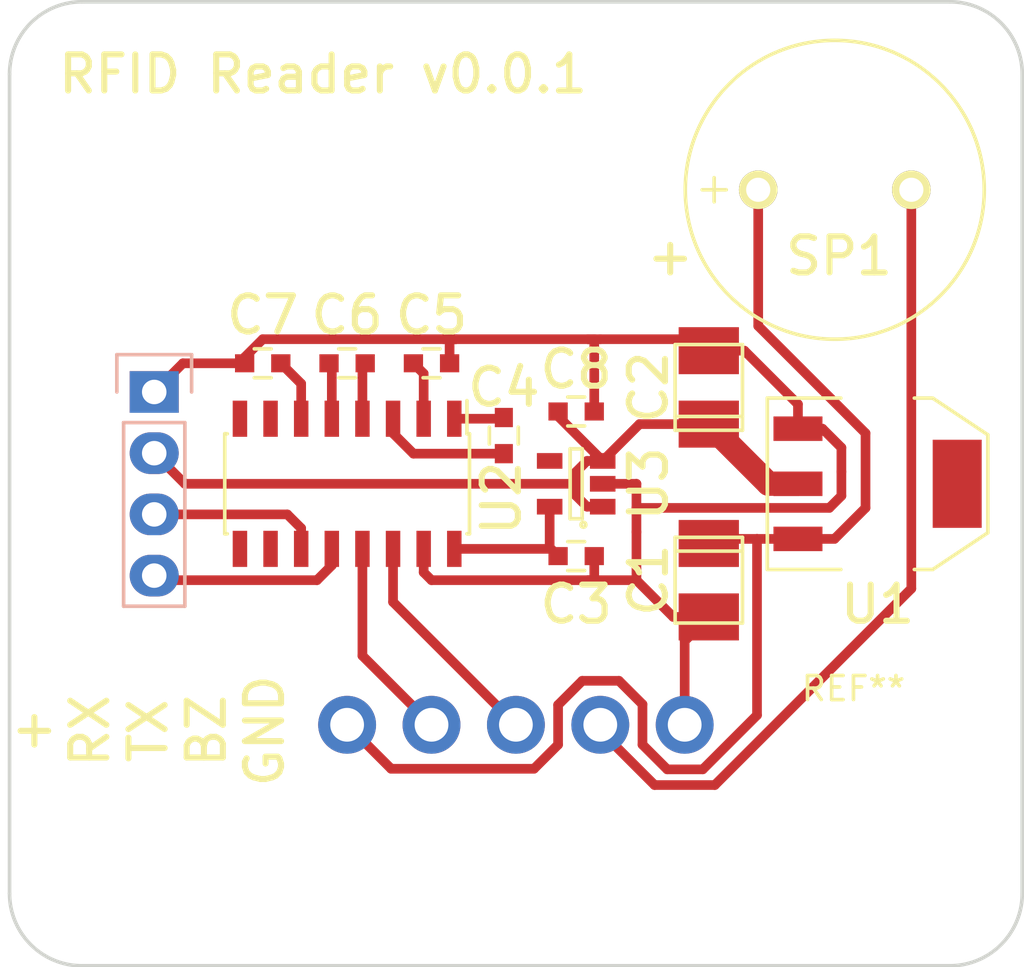
<source format=kicad_pcb>
(kicad_pcb (version 4) (host pcbnew 4.0.2+dfsg1-stable)

  (general
    (links 31)
    (no_connects 0)
    (area 130.924999 95.924999 173.075001 136.075001)
    (thickness 1.6)
    (drawings 10)
    (tracks 112)
    (zones 0)
    (modules 16)
    (nets 16)
  )

  (page A3)
  (title_block
    (title "RFID Reader Back")
    (date 2016-09-30)
    (rev 0.0.1)
    (company "©2016 Wirehive ltd, CC BY-SA ")
  )

  (layers
    (0 F.Cu signal)
    (31 B.Cu signal)
    (32 B.Adhes user)
    (33 F.Adhes user)
    (34 B.Paste user)
    (35 F.Paste user)
    (36 B.SilkS user)
    (37 F.SilkS user)
    (38 B.Mask user)
    (39 F.Mask user)
    (40 Dwgs.User user)
    (41 Cmts.User user)
    (42 Eco1.User user)
    (43 Eco2.User user)
    (44 Edge.Cuts user)
  )

  (setup
    (last_trace_width 0.4)
    (user_trace_width 1)
    (trace_clearance 0.2)
    (zone_clearance 0.508)
    (zone_45_only no)
    (trace_min 0.1524)
    (segment_width 0.2)
    (edge_width 0.15)
    (via_size 1)
    (via_drill 0.6)
    (via_min_size 0.8)
    (via_min_drill 0.5)
    (uvia_size 0.5)
    (uvia_drill 0.1)
    (uvias_allowed no)
    (uvia_min_size 0.5)
    (uvia_min_drill 0.1)
    (pcb_text_width 0.3)
    (pcb_text_size 1 1)
    (mod_edge_width 0.15)
    (mod_text_size 1.5 1.5)
    (mod_text_width 0.25)
    (pad_size 3 3)
    (pad_drill 3)
    (pad_to_mask_clearance 0)
    (aux_axis_origin 131 136)
    (visible_elements 7FFEFFFF)
    (pcbplotparams
      (layerselection 0x010ff_80000001)
      (usegerberextensions true)
      (excludeedgelayer true)
      (linewidth 0.150000)
      (plotframeref false)
      (viasonmask false)
      (mode 1)
      (useauxorigin false)
      (hpglpennumber 1)
      (hpglpenspeed 20)
      (hpglpendiameter 15)
      (hpglpenoverlay 2)
      (psnegative false)
      (psa4output false)
      (plotreference true)
      (plotvalue false)
      (plotinvisibletext false)
      (padsonsilk false)
      (subtractmaskfromsilk true)
      (outputformat 1)
      (mirror false)
      (drillshape 0)
      (scaleselection 1)
      (outputdirectory out/))
  )

  (net 0 "")
  (net 1 +5V)
  (net 2 GND)
  (net 3 +12V)
  (net 4 "Net-(C4-Pad1)")
  (net 5 "Net-(C4-Pad2)")
  (net 6 "Net-(C5-Pad2)")
  (net 7 "Net-(C6-Pad1)")
  (net 8 "Net-(C6-Pad2)")
  (net 9 "Net-(C7-Pad2)")
  (net 10 /TXD)
  (net 11 /RXD)
  (net 12 /EIA-TX)
  (net 13 /buzzer)
  (net 14 /EIA-RX)
  (net 15 +3V3)

  (net_class Default "This is the default net class."
    (clearance 0.2)
    (trace_width 0.4)
    (via_dia 1)
    (via_drill 0.6)
    (uvia_dia 0.5)
    (uvia_drill 0.1)
    (add_net +12V)
    (add_net +3V3)
    (add_net +5V)
    (add_net /EIA-RX)
    (add_net /EIA-TX)
    (add_net /RXD)
    (add_net /TXD)
    (add_net /buzzer)
    (add_net GND)
    (add_net "Net-(C4-Pad1)")
    (add_net "Net-(C4-Pad2)")
    (add_net "Net-(C5-Pad2)")
    (add_net "Net-(C6-Pad1)")
    (add_net "Net-(C6-Pad2)")
    (add_net "Net-(C7-Pad2)")
  )

  (net_class Power ""
    (clearance 0.2)
    (trace_width 0.5)
    (via_dia 1)
    (via_drill 0.7)
    (uvia_dia 0.5)
    (uvia_drill 0.1)
  )

  (module Buzzers_Beepers:MagneticBuzzer_ProSignal_ABT-410-RC (layer F.Cu) (tedit 57F286F2) (tstamp 57ED39B3)
    (at 168.4 103.8 180)
    (descr "Buzzer, Elektromagnetic Beeper, Summer, 1,5V-DC,")
    (tags "Pro Signal, ABT-410-RC,")
    (path /57ECAE09)
    (fp_text reference SP1 (at 3 -2.75 180) (layer F.SilkS)
      (effects (font (size 1.5 1.5) (thickness 0.25)))
    )
    (fp_text value MCABI-020-RC (at 3.5 -2.75 180) (layer F.Fab)
      (effects (font (size 1.5 1.5) (thickness 0.25)))
    )
    (fp_line (start 8.17626 -0.50038) (end 8.17626 0.50038) (layer F.SilkS) (width 0.15))
    (fp_line (start 7.67588 0) (end 8.6741 0) (layer F.SilkS) (width 0.15))
    (fp_text user + (at 10 -2.75 180) (layer F.SilkS)
      (effects (font (size 1.5 1.5) (thickness 0.25)))
    )
    (fp_circle (center 3.175 0) (end 9.37514 0) (layer F.SilkS) (width 0.15))
    (pad 1 thru_hole circle (at 0 0 180) (size 1.6002 1.6002) (drill 1.00076) (layers *.Cu *.Mask F.SilkS)
      (net 13 /buzzer))
    (pad 2 thru_hole circle (at 6.35 0 180) (size 1.6002 1.6002) (drill 1.00076) (layers *.Cu *.Mask F.SilkS)
      (net 3 +12V))
    (pad "" np_thru_hole circle (at 3.175 0 180) (size 3 3) (drill 3) (layers *.Cu *.Mask))
    (model Buzzers_Beepers.3dshapes/MagneticBuzzer_ProSignal_ABT-410-RC.wrl
      (at (xyz 0 0 0))
      (scale (xyz 1 1 1))
      (rotate (xyz 0 0 0))
    )
  )

  (module Mounting_Holes:MountingHole_3mm (layer F.Cu) (tedit 57F286ED) (tstamp 57F288D9)
    (at 166 128.5)
    (descr "Mounting hole, Befestigungsbohrung, 3mm, No Annular, Kein Restring,")
    (tags "Mounting hole, Befestigungsbohrung, 3mm, No Annular, Kein Restring,")
    (fp_text reference REF** (at 0 -4.0005) (layer F.SilkS)
      (effects (font (size 1 1) (thickness 0.15)))
    )
    (fp_text value MountingHole_3mm (at 1.00076 5.00126) (layer F.Fab)
      (effects (font (size 1 1) (thickness 0.15)))
    )
    (fp_circle (center 0 0) (end 3 0) (layer Cmts.User) (width 0.381))
    (pad "" np_thru_hole circle (at 0 0) (size 3 3) (drill 3) (layers *.Cu *.Mask))
  )

  (module Mounting_Holes:MountingHole_3mm (layer F.Cu) (tedit 57F286EA) (tstamp 57F288B7)
    (at 138 103.5)
    (descr "Mounting hole, Befestigungsbohrung, 3mm, No Annular, Kein Restring,")
    (tags "Mounting hole, Befestigungsbohrung, 3mm, No Annular, Kein Restring,")
    (fp_text reference REF** (at 0 -4.0005) (layer F.SilkS) hide
      (effects (font (size 1 1) (thickness 0.15)))
    )
    (fp_text value MountingHole_3mm (at 1.00076 5.00126) (layer F.Fab)
      (effects (font (size 1 1) (thickness 0.15)))
    )
    (fp_circle (center 0 0) (end 3 0) (layer Cmts.User) (width 0.381))
    (pad "" np_thru_hole circle (at 0 0) (size 3 3) (drill 3) (layers *.Cu *.Mask))
  )

  (module TO_SOT_Packages_SMD:SOT-23-5 (layer F.Cu) (tedit 57F2221E) (tstamp 57F21B97)
    (at 154.5 116 180)
    (descr "5-pin SOT23 package")
    (tags SOT-23-5)
    (path /57F223B7)
    (attr smd)
    (fp_text reference U3 (at -3 0 270) (layer F.SilkS)
      (effects (font (size 1.5 1.5) (thickness 0.25)))
    )
    (fp_text value MIC5317-3.3YM5 (at -0.05 2.35 180) (layer F.Fab)
      (effects (font (size 1.5 1.5) (thickness 0.25)))
    )
    (fp_line (start -1.8 -1.6) (end 1.8 -1.6) (layer F.CrtYd) (width 0.05))
    (fp_line (start 1.8 -1.6) (end 1.8 1.6) (layer F.CrtYd) (width 0.05))
    (fp_line (start 1.8 1.6) (end -1.8 1.6) (layer F.CrtYd) (width 0.05))
    (fp_line (start -1.8 1.6) (end -1.8 -1.6) (layer F.CrtYd) (width 0.05))
    (fp_circle (center -0.3 -1.7) (end -0.2 -1.7) (layer F.SilkS) (width 0.15))
    (fp_line (start 0.25 -1.45) (end -0.25 -1.45) (layer F.SilkS) (width 0.15))
    (fp_line (start 0.25 1.45) (end 0.25 -1.45) (layer F.SilkS) (width 0.15))
    (fp_line (start -0.25 1.45) (end 0.25 1.45) (layer F.SilkS) (width 0.15))
    (fp_line (start -0.25 -1.45) (end -0.25 1.45) (layer F.SilkS) (width 0.15))
    (pad VI smd rect (at -1.1 -0.95 180) (size 1.06 0.65) (layers F.Cu F.Paste F.Mask)
      (net 1 +5V))
    (pad GND smd rect (at -1.1 0 180) (size 1.06 0.65) (layers F.Cu F.Paste F.Mask)
      (net 2 GND))
    (pad VI smd rect (at -1.1 0.95 180) (size 1.06 0.65) (layers F.Cu F.Paste F.Mask)
      (net 1 +5V))
    (pad NC smd rect (at 1.1 0.95 180) (size 1.06 0.65) (layers F.Cu F.Paste F.Mask))
    (pad VO smd rect (at 1.1 -0.95 180) (size 1.06 0.65) (layers F.Cu F.Paste F.Mask)
      (net 15 +3V3))
    (model TO_SOT_Packages_SMD.3dshapes/SOT-23-5.wrl
      (at (xyz 0 0 0))
      (scale (xyz 1 1 1))
      (rotate (xyz 0 0 0))
    )
  )

  (module pidoor:3_5mm_terminal_1x05 (layer F.Cu) (tedit 57EE31B4) (tstamp 57ED39AD)
    (at 152 126 270)
    (descr "2x3.5mm Terminal")
    (tags "Terminal Block")
    (path /57EBB4E1)
    (fp_text reference P2 (at 2.5 0 360) (layer Dwgs.User)
      (effects (font (size 1.5 1.5) (thickness 0.25)))
    )
    (fp_text value PI (at 2.5 0 360) (layer F.SilkS) hide
      (effects (font (size 1.5 1.5) (thickness 0.25)))
    )
    (fp_line (start -1.2 9.3) (end 8 9.3) (layer Dwgs.User) (width 0.5))
    (fp_line (start -1.2 -9.3) (end 8 -9.3) (layer Dwgs.User) (width 0.5))
    (pad 5 thru_hole circle (at 0 7 270) (size 2.4 2.4) (drill 1.4) (layers *.Cu *.Mask)
      (net 3 +12V))
    (pad 1 thru_hole circle (at 0 -7 270) (size 2.4 2.4) (drill 1.4) (layers *.Cu *.Mask)
      (net 2 GND))
    (pad 4 thru_hole circle (at 0 3.5 270) (size 2.4 2.4) (drill 1.4) (layers *.Cu *.Mask)
      (net 14 /EIA-RX))
    (pad 2 thru_hole circle (at 0 -3.5 270) (size 2.4 2.4) (drill 1.4) (layers *.Cu *.Mask)
      (net 13 /buzzer))
    (pad 3 thru_hole circle (at 0 0 270) (size 2.4 2.4) (drill 1.4) (layers *.Cu *.Mask)
      (net 12 /EIA-TX))
    (model Terminal_Blocks.3dshapes/Pheonix_PT-5-3.5mm.wrl
      (at (xyz 0.025 0 0))
      (scale (xyz 1 1 1))
      (rotate (xyz 0 0 -90))
    )
  )

  (module TO_SOT_Packages_SMD:SOT-223 (layer F.Cu) (tedit 57F22119) (tstamp 57ED39BB)
    (at 167 116 270)
    (descr "module CMS SOT223 4 pins")
    (tags "CMS SOT")
    (path /57EB80F8)
    (attr smd)
    (fp_text reference U1 (at 5 0 360) (layer F.SilkS)
      (effects (font (size 1.5 1.5) (thickness 0.25)))
    )
    (fp_text value LD1117S50TR (at 0 0.762 270) (layer F.Fab)
      (effects (font (size 1.5 1.5) (thickness 0.25)))
    )
    (fp_line (start -3.556 1.524) (end -3.556 4.572) (layer F.SilkS) (width 0.15))
    (fp_line (start -3.556 4.572) (end 3.556 4.572) (layer F.SilkS) (width 0.15))
    (fp_line (start 3.556 4.572) (end 3.556 1.524) (layer F.SilkS) (width 0.15))
    (fp_line (start -3.556 -1.524) (end -3.556 -2.286) (layer F.SilkS) (width 0.15))
    (fp_line (start -3.556 -2.286) (end -2.032 -4.572) (layer F.SilkS) (width 0.15))
    (fp_line (start -2.032 -4.572) (end 2.032 -4.572) (layer F.SilkS) (width 0.15))
    (fp_line (start 2.032 -4.572) (end 3.556 -2.286) (layer F.SilkS) (width 0.15))
    (fp_line (start 3.556 -2.286) (end 3.556 -1.524) (layer F.SilkS) (width 0.15))
    (pad NC smd rect (at 0 -3.302 270) (size 3.6576 2.032) (layers F.Cu F.Paste F.Mask))
    (pad VO smd rect (at 0 3.302 270) (size 1.016 2.032) (layers F.Cu F.Paste F.Mask)
      (net 1 +5V))
    (pad VI smd rect (at 2.286 3.302 270) (size 1.016 2.032) (layers F.Cu F.Paste F.Mask)
      (net 3 +12V))
    (pad GND smd rect (at -2.286 3.302 270) (size 1.016 2.032) (layers F.Cu F.Paste F.Mask)
      (net 2 GND))
    (model TO_SOT_Packages_SMD.3dshapes/SOT-223.wrl
      (at (xyz 0 0 0))
      (scale (xyz 0.4 0.4 0.4))
      (rotate (xyz 0 0 0))
    )
  )

  (module Socket_Strips:Socket_Strip_Straight_1x04 (layer B.Cu) (tedit 57EE31F3) (tstamp 57ED3CD5)
    (at 137 116 270)
    (descr "Through hole socket strip")
    (tags "socket strip")
    (path /57ECB656)
    (fp_text reference P1 (at -4 3 270) (layer B.SilkS) hide
      (effects (font (size 1.5 1.5) (thickness 0.25)) (justify mirror))
    )
    (fp_text value READER (at -3.81 3.1 270) (layer B.Fab) hide
      (effects (font (size 1.5 1.5) (thickness 0.25)) (justify mirror))
    )
    (fp_line (start -5.56 1.75) (end -5.56 -1.75) (layer B.CrtYd) (width 0.05))
    (fp_line (start 5.59 1.75) (end 5.59 -1.75) (layer B.CrtYd) (width 0.05))
    (fp_line (start -5.56 1.75) (end 5.59 1.75) (layer B.CrtYd) (width 0.05))
    (fp_line (start -5.56 -1.75) (end 5.59 -1.75) (layer B.CrtYd) (width 0.05))
    (fp_line (start -2.54 1.27) (end 5.08 1.27) (layer B.SilkS) (width 0.15))
    (fp_line (start -2.54 -1.27) (end 5.08 -1.27) (layer B.SilkS) (width 0.15))
    (fp_line (start -5.36 -1.55) (end -3.81 -1.55) (layer B.SilkS) (width 0.15))
    (fp_line (start 5.08 1.27) (end 5.08 -1.27) (layer B.SilkS) (width 0.15))
    (fp_line (start -2.54 -1.27) (end -2.54 1.27) (layer B.SilkS) (width 0.15))
    (fp_line (start -3.81 1.55) (end -5.36 1.55) (layer B.SilkS) (width 0.15))
    (fp_line (start -5.36 1.55) (end -5.36 -1.55) (layer B.SilkS) (width 0.15))
    (pad 1 thru_hole rect (at -3.81 0 270) (size 1.7272 2.032) (drill 1.016) (layers *.Cu *.Mask)
      (net 2 GND))
    (pad 2 thru_hole oval (at -1.27 0 270) (size 1.7272 2.032) (drill 1.016) (layers *.Cu *.Mask)
      (net 1 +5V))
    (pad 3 thru_hole oval (at 1.27 0 270) (size 1.7272 2.032) (drill 1.016) (layers *.Cu *.Mask)
      (net 10 /TXD))
    (pad 4 thru_hole oval (at 3.81 0 270) (size 1.7272 2.032) (drill 1.016) (layers *.Cu *.Mask)
      (net 11 /RXD))
    (model Socket_Strips.3dshapes/Socket_Strip_Straight_1x04.wrl
      (at (xyz 0 0 0))
      (scale (xyz 1 1 1))
      (rotate (xyz 0 0 180))
    )
  )

  (module Capacitors_SMD:C_0603 (layer F.Cu) (tedit 57F221F6) (tstamp 57ED3984)
    (at 154.5 119 180)
    (descr "Capacitor SMD 0603, reflow soldering, AVX (see smccp.pdf)")
    (tags "capacitor 0603")
    (path /57EC2488)
    (attr smd)
    (fp_text reference C3 (at 0 -2 180) (layer F.SilkS)
      (effects (font (size 1.5 1.5) (thickness 0.25)))
    )
    (fp_text value 1µ (at 0 1.9 180) (layer F.Fab)
      (effects (font (size 1.5 1.5) (thickness 0.25)))
    )
    (fp_line (start -1.45 -0.75) (end 1.45 -0.75) (layer F.CrtYd) (width 0.05))
    (fp_line (start -1.45 0.75) (end 1.45 0.75) (layer F.CrtYd) (width 0.05))
    (fp_line (start -1.45 -0.75) (end -1.45 0.75) (layer F.CrtYd) (width 0.05))
    (fp_line (start 1.45 -0.75) (end 1.45 0.75) (layer F.CrtYd) (width 0.05))
    (fp_line (start -0.35 -0.6) (end 0.35 -0.6) (layer F.SilkS) (width 0.15))
    (fp_line (start 0.35 0.6) (end -0.35 0.6) (layer F.SilkS) (width 0.15))
    (pad 1 smd rect (at -0.75 0 180) (size 0.8 0.75) (layers F.Cu F.Paste F.Mask)
      (net 2 GND))
    (pad 2 smd rect (at 0.75 0 180) (size 0.8 0.75) (layers F.Cu F.Paste F.Mask)
      (net 15 +3V3))
    (model Capacitors_SMD.3dshapes/C_0603.wrl
      (at (xyz 0 0 0))
      (scale (xyz 1 1 1))
      (rotate (xyz 0 0 0))
    )
  )

  (module Capacitors_SMD:C_0603 (layer F.Cu) (tedit 57F21E05) (tstamp 57ED398A)
    (at 151.5 114 270)
    (descr "Capacitor SMD 0603, reflow soldering, AVX (see smccp.pdf)")
    (tags "capacitor 0603")
    (path /57EC1F33)
    (attr smd)
    (fp_text reference C4 (at -2 0 360) (layer F.SilkS)
      (effects (font (size 1.5 1.5) (thickness 0.25)))
    )
    (fp_text value 1µ (at 0 1.9 270) (layer F.Fab)
      (effects (font (size 1.5 1.5) (thickness 0.25)))
    )
    (fp_line (start -1.45 -0.75) (end 1.45 -0.75) (layer F.CrtYd) (width 0.05))
    (fp_line (start -1.45 0.75) (end 1.45 0.75) (layer F.CrtYd) (width 0.05))
    (fp_line (start -1.45 -0.75) (end -1.45 0.75) (layer F.CrtYd) (width 0.05))
    (fp_line (start 1.45 -0.75) (end 1.45 0.75) (layer F.CrtYd) (width 0.05))
    (fp_line (start -0.35 -0.6) (end 0.35 -0.6) (layer F.SilkS) (width 0.15))
    (fp_line (start 0.35 0.6) (end -0.35 0.6) (layer F.SilkS) (width 0.15))
    (pad 1 smd rect (at -0.75 0 270) (size 0.8 0.75) (layers F.Cu F.Paste F.Mask)
      (net 4 "Net-(C4-Pad1)"))
    (pad 2 smd rect (at 0.75 0 270) (size 0.8 0.75) (layers F.Cu F.Paste F.Mask)
      (net 5 "Net-(C4-Pad2)"))
    (model Capacitors_SMD.3dshapes/C_0603.wrl
      (at (xyz 0 0 0))
      (scale (xyz 1 1 1))
      (rotate (xyz 0 0 0))
    )
  )

  (module Capacitors_SMD:C_0603 (layer F.Cu) (tedit 57EE30ED) (tstamp 57ED3990)
    (at 148.5 111 180)
    (descr "Capacitor SMD 0603, reflow soldering, AVX (see smccp.pdf)")
    (tags "capacitor 0603")
    (path /57EC27F6)
    (attr smd)
    (fp_text reference C5 (at 0 2 180) (layer F.SilkS)
      (effects (font (size 1.5 1.5) (thickness 0.25)))
    )
    (fp_text value 1µ (at 0 1.9 180) (layer F.Fab)
      (effects (font (size 1.5 1.5) (thickness 0.25)))
    )
    (fp_line (start -1.45 -0.75) (end 1.45 -0.75) (layer F.CrtYd) (width 0.05))
    (fp_line (start -1.45 0.75) (end 1.45 0.75) (layer F.CrtYd) (width 0.05))
    (fp_line (start -1.45 -0.75) (end -1.45 0.75) (layer F.CrtYd) (width 0.05))
    (fp_line (start 1.45 -0.75) (end 1.45 0.75) (layer F.CrtYd) (width 0.05))
    (fp_line (start -0.35 -0.6) (end 0.35 -0.6) (layer F.SilkS) (width 0.15))
    (fp_line (start 0.35 0.6) (end -0.35 0.6) (layer F.SilkS) (width 0.15))
    (pad 1 smd rect (at -0.75 0 180) (size 0.8 0.75) (layers F.Cu F.Paste F.Mask)
      (net 2 GND))
    (pad 2 smd rect (at 0.75 0 180) (size 0.8 0.75) (layers F.Cu F.Paste F.Mask)
      (net 6 "Net-(C5-Pad2)"))
    (model Capacitors_SMD.3dshapes/C_0603.wrl
      (at (xyz 0 0 0))
      (scale (xyz 1 1 1))
      (rotate (xyz 0 0 0))
    )
  )

  (module Capacitors_SMD:C_0603 (layer F.Cu) (tedit 57EE30E8) (tstamp 57ED3996)
    (at 145 111 180)
    (descr "Capacitor SMD 0603, reflow soldering, AVX (see smccp.pdf)")
    (tags "capacitor 0603")
    (path /57EC22B0)
    (attr smd)
    (fp_text reference C6 (at 0 2 180) (layer F.SilkS)
      (effects (font (size 1.5 1.5) (thickness 0.25)))
    )
    (fp_text value 1µ (at 0 1.9 180) (layer F.Fab)
      (effects (font (size 1.5 1.5) (thickness 0.25)))
    )
    (fp_line (start -1.45 -0.75) (end 1.45 -0.75) (layer F.CrtYd) (width 0.05))
    (fp_line (start -1.45 0.75) (end 1.45 0.75) (layer F.CrtYd) (width 0.05))
    (fp_line (start -1.45 -0.75) (end -1.45 0.75) (layer F.CrtYd) (width 0.05))
    (fp_line (start 1.45 -0.75) (end 1.45 0.75) (layer F.CrtYd) (width 0.05))
    (fp_line (start -0.35 -0.6) (end 0.35 -0.6) (layer F.SilkS) (width 0.15))
    (fp_line (start 0.35 0.6) (end -0.35 0.6) (layer F.SilkS) (width 0.15))
    (pad 1 smd rect (at -0.75 0 180) (size 0.8 0.75) (layers F.Cu F.Paste F.Mask)
      (net 7 "Net-(C6-Pad1)"))
    (pad 2 smd rect (at 0.75 0 180) (size 0.8 0.75) (layers F.Cu F.Paste F.Mask)
      (net 8 "Net-(C6-Pad2)"))
    (model Capacitors_SMD.3dshapes/C_0603.wrl
      (at (xyz 0 0 0))
      (scale (xyz 1 1 1))
      (rotate (xyz 0 0 0))
    )
  )

  (module Capacitors_SMD:C_0603 (layer F.Cu) (tedit 57EE323E) (tstamp 57ED399C)
    (at 141.5 111)
    (descr "Capacitor SMD 0603, reflow soldering, AVX (see smccp.pdf)")
    (tags "capacitor 0603")
    (path /57EC2949)
    (attr smd)
    (fp_text reference C7 (at 0 -2) (layer F.SilkS)
      (effects (font (size 1.5 1.5) (thickness 0.25)))
    )
    (fp_text value 1µ (at 0 -2) (layer F.Fab)
      (effects (font (size 1.5 1.5) (thickness 0.25)))
    )
    (fp_line (start -1.45 -0.75) (end 1.45 -0.75) (layer F.CrtYd) (width 0.05))
    (fp_line (start -1.45 0.75) (end 1.45 0.75) (layer F.CrtYd) (width 0.05))
    (fp_line (start -1.45 -0.75) (end -1.45 0.75) (layer F.CrtYd) (width 0.05))
    (fp_line (start 1.45 -0.75) (end 1.45 0.75) (layer F.CrtYd) (width 0.05))
    (fp_line (start -0.35 -0.6) (end 0.35 -0.6) (layer F.SilkS) (width 0.15))
    (fp_line (start 0.35 0.6) (end -0.35 0.6) (layer F.SilkS) (width 0.15))
    (pad 1 smd rect (at -0.75 0) (size 0.8 0.75) (layers F.Cu F.Paste F.Mask)
      (net 2 GND))
    (pad 2 smd rect (at 0.75 0) (size 0.8 0.75) (layers F.Cu F.Paste F.Mask)
      (net 9 "Net-(C7-Pad2)"))
    (model Capacitors_SMD.3dshapes/C_0603.wrl
      (at (xyz 0 0 0))
      (scale (xyz 1 1 1))
      (rotate (xyz 0 0 0))
    )
  )

  (module Housings_SOIC:SOIC-16_3.9x9.9mm_Pitch1.27mm (layer F.Cu) (tedit 57F22237) (tstamp 57ED39CF)
    (at 145 116 270)
    (descr "16-Lead Plastic Small Outline (SL) - Narrow, 3.90 mm Body [SOIC] (see Microchip Packaging Specification 00000049BS.pdf)")
    (tags "SOIC 1.27")
    (path /57EC1CED)
    (attr smd)
    (fp_text reference U2 (at 0.6 -6.4 450) (layer F.SilkS)
      (effects (font (size 1.5 1.5) (thickness 0.25)))
    )
    (fp_text value ST3232BDR (at 0 6 270) (layer F.Fab)
      (effects (font (size 1.5 1.5) (thickness 0.25)))
    )
    (fp_line (start -3.7 -5.25) (end -3.7 5.25) (layer F.CrtYd) (width 0.05))
    (fp_line (start 3.7 -5.25) (end 3.7 5.25) (layer F.CrtYd) (width 0.05))
    (fp_line (start -3.7 -5.25) (end 3.7 -5.25) (layer F.CrtYd) (width 0.05))
    (fp_line (start -3.7 5.25) (end 3.7 5.25) (layer F.CrtYd) (width 0.05))
    (fp_line (start -2.075 -5.075) (end -2.075 -4.97) (layer F.SilkS) (width 0.15))
    (fp_line (start 2.075 -5.075) (end 2.075 -4.97) (layer F.SilkS) (width 0.15))
    (fp_line (start 2.075 5.075) (end 2.075 4.97) (layer F.SilkS) (width 0.15))
    (fp_line (start -2.075 5.075) (end -2.075 4.97) (layer F.SilkS) (width 0.15))
    (fp_line (start -2.075 -5.075) (end 2.075 -5.075) (layer F.SilkS) (width 0.15))
    (fp_line (start -2.075 5.075) (end 2.075 5.075) (layer F.SilkS) (width 0.15))
    (fp_line (start -2.075 -4.97) (end -3.45 -4.97) (layer F.SilkS) (width 0.15))
    (pad 1 smd rect (at -2.7 -4.445 270) (size 1.5 0.6) (layers F.Cu F.Paste F.Mask)
      (net 4 "Net-(C4-Pad1)"))
    (pad 2 smd rect (at -2.7 -3.175 270) (size 1.5 0.6) (layers F.Cu F.Paste F.Mask)
      (net 6 "Net-(C5-Pad2)"))
    (pad 3 smd rect (at -2.7 -1.905 270) (size 1.5 0.6) (layers F.Cu F.Paste F.Mask)
      (net 5 "Net-(C4-Pad2)"))
    (pad 4 smd rect (at -2.7 -0.635 270) (size 1.5 0.6) (layers F.Cu F.Paste F.Mask)
      (net 7 "Net-(C6-Pad1)"))
    (pad 5 smd rect (at -2.7 0.635 270) (size 1.5 0.6) (layers F.Cu F.Paste F.Mask)
      (net 8 "Net-(C6-Pad2)"))
    (pad 6 smd rect (at -2.7 1.905 270) (size 1.5 0.6) (layers F.Cu F.Paste F.Mask)
      (net 9 "Net-(C7-Pad2)"))
    (pad 7 smd rect (at -2.7 3.175 270) (size 1.5 0.6) (layers F.Cu F.Paste F.Mask))
    (pad 8 smd rect (at -2.7 4.445 270) (size 1.5 0.6) (layers F.Cu F.Paste F.Mask))
    (pad 9 smd rect (at 2.7 4.445 270) (size 1.5 0.6) (layers F.Cu F.Paste F.Mask))
    (pad 10 smd rect (at 2.7 3.175 270) (size 1.5 0.6) (layers F.Cu F.Paste F.Mask))
    (pad 11 smd rect (at 2.7 1.905 270) (size 1.5 0.6) (layers F.Cu F.Paste F.Mask)
      (net 10 /TXD))
    (pad 12 smd rect (at 2.7 0.635 270) (size 1.5 0.6) (layers F.Cu F.Paste F.Mask)
      (net 11 /RXD))
    (pad 13 smd rect (at 2.7 -0.635 270) (size 1.5 0.6) (layers F.Cu F.Paste F.Mask)
      (net 14 /EIA-RX))
    (pad 14 smd rect (at 2.7 -1.905 270) (size 1.5 0.6) (layers F.Cu F.Paste F.Mask)
      (net 12 /EIA-TX))
    (pad 15 smd rect (at 2.7 -3.175 270) (size 1.5 0.6) (layers F.Cu F.Paste F.Mask)
      (net 2 GND))
    (pad 16 smd rect (at 2.7 -4.445 270) (size 1.5 0.6) (layers F.Cu F.Paste F.Mask)
      (net 15 +3V3))
    (model Housings_SOIC.3dshapes/SOIC-16_3.9x9.9mm_Pitch1.27mm.wrl
      (at (xyz 0 0 0))
      (scale (xyz 1 1 1))
      (rotate (xyz 0 0 0))
    )
  )

  (module Capacitors_Tantalum_SMD:TantalC_SizeT_EIA-3528 (layer F.Cu) (tedit 57F221EB) (tstamp 57EE249A)
    (at 160 120 90)
    (descr TantalC_SizeT_EIA-3528)
    (path /57EE23E8)
    (fp_text reference C1 (at 0 -2.5 270) (layer F.SilkS)
      (effects (font (size 1.5 1.5) (thickness 0.25)))
    )
    (fp_text value 22µ (at 0.25 0 180) (layer F.Fab)
      (effects (font (size 1.5 1.5) (thickness 0.25)))
    )
    (fp_line (start 1.2065 -1.397) (end 1.2065 1.397) (layer F.SilkS) (width 0.15))
    (fp_line (start 1.778 -1.397) (end -1.778 -1.397) (layer F.SilkS) (width 0.15))
    (fp_line (start -1.778 -1.397) (end -1.778 1.397) (layer F.SilkS) (width 0.15))
    (fp_line (start -1.778 1.397) (end 1.778 1.397) (layer F.SilkS) (width 0.15))
    (fp_line (start 1.778 1.397) (end 1.778 -1.397) (layer F.SilkS) (width 0.15))
    (pad 1 smd rect (at 1.524 0 90) (size 1.95072 2.49936) (layers F.Cu F.Paste F.Mask)
      (net 3 +12V))
    (pad 2 smd rect (at -1.524 0 90) (size 1.95072 2.49936) (layers F.Cu F.Paste F.Mask)
      (net 2 GND))
    (model Capacitors_Tantalum_SMD.3dshapes/TantalC_SizeT_EIA-3528.wrl
      (at (xyz 0 0 0))
      (scale (xyz 1 1 1))
      (rotate (xyz 0 0 0))
    )
  )

  (module Capacitors_Tantalum_SMD:TantalC_SizeT_EIA-3528 (layer F.Cu) (tedit 57F221E8) (tstamp 57EE249F)
    (at 160 112 270)
    (descr TantalC_SizeT_EIA-3528)
    (path /57EE237E)
    (fp_text reference C2 (at 0 2.5 450) (layer F.SilkS)
      (effects (font (size 1.5 1.5) (thickness 0.25)))
    )
    (fp_text value 22µ (at 0 0 360) (layer F.Fab)
      (effects (font (size 1.5 1.5) (thickness 0.25)))
    )
    (fp_line (start 1.2065 -1.397) (end 1.2065 1.397) (layer F.SilkS) (width 0.15))
    (fp_line (start 1.778 -1.397) (end -1.778 -1.397) (layer F.SilkS) (width 0.15))
    (fp_line (start -1.778 -1.397) (end -1.778 1.397) (layer F.SilkS) (width 0.15))
    (fp_line (start -1.778 1.397) (end 1.778 1.397) (layer F.SilkS) (width 0.15))
    (fp_line (start 1.778 1.397) (end 1.778 -1.397) (layer F.SilkS) (width 0.15))
    (pad 1 smd rect (at 1.524 0 270) (size 1.95072 2.49936) (layers F.Cu F.Paste F.Mask)
      (net 1 +5V))
    (pad 2 smd rect (at -1.524 0 270) (size 1.95072 2.49936) (layers F.Cu F.Paste F.Mask)
      (net 2 GND))
    (model Capacitors_Tantalum_SMD.3dshapes/TantalC_SizeT_EIA-3528.wrl
      (at (xyz 0 0 0))
      (scale (xyz 1 1 1))
      (rotate (xyz 0 0 0))
    )
  )

  (module Capacitors_SMD:C_0603 (layer F.Cu) (tedit 57F22220) (tstamp 57F21B88)
    (at 154.5 113 180)
    (descr "Capacitor SMD 0603, reflow soldering, AVX (see smccp.pdf)")
    (tags "capacitor 0603")
    (path /57F22AED)
    (attr smd)
    (fp_text reference C8 (at 0 1.75 180) (layer F.SilkS)
      (effects (font (size 1.5 1.5) (thickness 0.25)))
    )
    (fp_text value 1µ (at 0 1.9 180) (layer F.Fab)
      (effects (font (size 1.5 1.5) (thickness 0.25)))
    )
    (fp_line (start -1.45 -0.75) (end 1.45 -0.75) (layer F.CrtYd) (width 0.05))
    (fp_line (start -1.45 0.75) (end 1.45 0.75) (layer F.CrtYd) (width 0.05))
    (fp_line (start -1.45 -0.75) (end -1.45 0.75) (layer F.CrtYd) (width 0.05))
    (fp_line (start 1.45 -0.75) (end 1.45 0.75) (layer F.CrtYd) (width 0.05))
    (fp_line (start -0.35 -0.6) (end 0.35 -0.6) (layer F.SilkS) (width 0.15))
    (fp_line (start 0.35 0.6) (end -0.35 0.6) (layer F.SilkS) (width 0.15))
    (pad 1 smd rect (at -0.75 0 180) (size 0.8 0.75) (layers F.Cu F.Paste F.Mask)
      (net 2 GND))
    (pad 2 smd rect (at 0.75 0 180) (size 0.8 0.75) (layers F.Cu F.Paste F.Mask)
      (net 1 +5V))
    (model Capacitors_SMD.3dshapes/C_0603.wrl
      (at (xyz 0 0 0))
      (scale (xyz 1 1 1))
      (rotate (xyz 0 0 0))
    )
  )

  (gr_text "+\nRX\nTX\nBZ\nGND" (at 136.75 126.25 90) (layer F.SilkS)
    (effects (font (size 1.5 1.5) (thickness 0.25)))
  )
  (gr_text "RFID Reader v0.0.1" (at 144 99) (layer F.SilkS)
    (effects (font (size 1.5 1.5) (thickness 0.25)))
  )
  (gr_line (start 134 96) (end 170 96) (angle 90) (layer Edge.Cuts) (width 0.15))
  (gr_arc (start 134 99) (end 131 99) (angle 90) (layer Edge.Cuts) (width 0.15))
  (gr_line (start 131 133) (end 131 99) (angle 90) (layer Edge.Cuts) (width 0.15))
  (gr_arc (start 170 133) (end 173 133) (angle 90) (layer Edge.Cuts) (width 0.15))
  (gr_arc (start 170 99) (end 170 96) (angle 90) (layer Edge.Cuts) (width 0.15))
  (gr_line (start 173 133) (end 173 99) (angle 90) (layer Edge.Cuts) (width 0.15))
  (gr_line (start 134 136) (end 170 136) (angle 90) (layer Edge.Cuts) (width 0.15))
  (gr_arc (start 134 133) (end 134 136) (angle 90) (layer Edge.Cuts) (width 0.15))

  (segment (start 153.75 113) (end 153.75 113.2) (width 0.4) (layer F.Cu) (net 1))
  (segment (start 153.75 113.2) (end 155.6 115.05) (width 0.4) (layer F.Cu) (net 1) (tstamp 57F220C4))
  (segment (start 155.6 115.05) (end 157.126 113.524) (width 0.4) (layer F.Cu) (net 1))
  (segment (start 157.126 113.524) (end 160 113.524) (width 0.4) (layer F.Cu) (net 1) (tstamp 57F22098))
  (segment (start 159.476 113) (end 160 113.524) (width 0.4) (layer F.Cu) (net 1) (tstamp 57F21FD2))
  (segment (start 154.5 116) (end 138.27 116) (width 0.4) (layer F.Cu) (net 1))
  (segment (start 138.27 116) (end 137 114.73) (width 0.4) (layer F.Cu) (net 1) (tstamp 57F21FC8))
  (segment (start 155.6 115.05) (end 154.95 115.05) (width 0.4) (layer F.Cu) (net 1))
  (segment (start 154.95 116.95) (end 155.6 116.95) (width 0.4) (layer F.Cu) (net 1) (tstamp 57F21FC3))
  (segment (start 154.5 116.5) (end 154.95 116.95) (width 0.4) (layer F.Cu) (net 1) (tstamp 57F21FC2))
  (segment (start 154.5 115.5) (end 154.5 116) (width 0.4) (layer F.Cu) (net 1) (tstamp 57F21FC1))
  (segment (start 154.5 116) (end 154.5 116.5) (width 0.4) (layer F.Cu) (net 1) (tstamp 57F21FC6))
  (segment (start 154.95 115.05) (end 154.5 115.5) (width 0.4) (layer F.Cu) (net 1) (tstamp 57F21FC0))
  (segment (start 163.698 116) (end 162.476 116) (width 1) (layer F.Cu) (net 1))
  (segment (start 162.476 116) (end 160 113.524) (width 1) (layer F.Cu) (net 1) (tstamp 57F21C9E))
  (segment (start 163.698 113.714) (end 164.714 113.714) (width 0.4) (layer F.Cu) (net 2))
  (segment (start 164.714 113.714) (end 165.5 114.5) (width 0.4) (layer F.Cu) (net 2) (tstamp 57F220A4))
  (segment (start 165.5 114.5) (end 165.5 115.5) (width 0.4) (layer F.Cu) (net 2) (tstamp 57F220A5))
  (segment (start 157 117) (end 165 117) (width 0.4) (layer F.Cu) (net 2))
  (segment (start 165.5 116.5) (end 165.5 115.5) (width 0.4) (layer F.Cu) (net 2) (tstamp 57F2209F))
  (segment (start 165 117) (end 165.5 116.5) (width 0.4) (layer F.Cu) (net 2) (tstamp 57F2209E))
  (segment (start 164.214 113.714) (end 163.698 113.714) (width 0.4) (layer F.Cu) (net 2) (tstamp 57F220A1))
  (segment (start 155.25 110) (end 155 110) (width 0.4) (layer F.Cu) (net 2) (tstamp 57F22064))
  (segment (start 155.25 113) (end 155.25 110) (width 0.4) (layer F.Cu) (net 2))
  (segment (start 155 110) (end 155.5 110) (width 0.4) (layer F.Cu) (net 2) (tstamp 57F22067))
  (segment (start 155.25 119) (end 155.25 120) (width 0.4) (layer F.Cu) (net 2))
  (segment (start 155.25 120) (end 155 120) (width 0.4) (layer F.Cu) (net 2) (tstamp 57F2204F))
  (segment (start 155 120) (end 157 120) (width 0.4) (layer F.Cu) (net 2))
  (segment (start 157 118) (end 157 120) (width 0.4) (layer F.Cu) (net 2))
  (segment (start 158.524 121.524) (end 160 121.524) (width 0.4) (layer F.Cu) (net 2) (tstamp 57F22048))
  (segment (start 157 120) (end 158.524 121.524) (width 0.4) (layer F.Cu) (net 2) (tstamp 57F22047))
  (segment (start 159 126) (end 159 122.524) (width 0.4) (layer F.Cu) (net 2))
  (segment (start 159 122.524) (end 160 121.524) (width 0.4) (layer F.Cu) (net 2) (tstamp 57F22044))
  (segment (start 160 110.476) (end 161.476 110.476) (width 0.4) (layer F.Cu) (net 2))
  (segment (start 163.698 112.698) (end 163.698 113.714) (width 0.4) (layer F.Cu) (net 2) (tstamp 57F22040))
  (segment (start 161.476 110.476) (end 163.698 112.698) (width 0.4) (layer F.Cu) (net 2) (tstamp 57F2203F))
  (segment (start 160 110.476) (end 160.46 110.476) (width 0.4) (layer F.Cu) (net 2))
  (segment (start 149.25 111) (end 149.25 110) (width 0.4) (layer F.Cu) (net 2))
  (segment (start 149.25 110) (end 149.5 110) (width 0.4) (layer F.Cu) (net 2) (tstamp 57F2202E))
  (segment (start 149 110) (end 149.5 110) (width 0.4) (layer F.Cu) (net 2))
  (segment (start 149.5 110) (end 155 110) (width 0.4) (layer F.Cu) (net 2) (tstamp 57F22031))
  (segment (start 155.5 110) (end 159.524 110) (width 0.4) (layer F.Cu) (net 2) (tstamp 57F22036))
  (segment (start 159.524 110) (end 160 110.476) (width 0.4) (layer F.Cu) (net 2) (tstamp 57F2202A))
  (segment (start 140.75 111) (end 140.75 110.75) (width 0.4) (layer F.Cu) (net 2))
  (segment (start 140.75 110.75) (end 141.5 110) (width 0.4) (layer F.Cu) (net 2) (tstamp 57F21FF9))
  (segment (start 141.5 110) (end 149 110) (width 0.4) (layer F.Cu) (net 2) (tstamp 57F21FFA))
  (segment (start 137 112.19) (end 138.19 111) (width 0.4) (layer F.Cu) (net 2))
  (segment (start 138.19 111) (end 140.75 111) (width 0.4) (layer F.Cu) (net 2) (tstamp 57F21FF6))
  (segment (start 148.175 118.7) (end 148.175 119.675) (width 0.4) (layer F.Cu) (net 2))
  (segment (start 148.5 120) (end 155 120) (width 0.4) (layer F.Cu) (net 2) (tstamp 57F21FEE))
  (segment (start 148.175 119.675) (end 148.5 120) (width 0.4) (layer F.Cu) (net 2) (tstamp 57F21FED))
  (segment (start 157 116) (end 155.6 116) (width 0.4) (layer F.Cu) (net 2))
  (segment (start 157 118) (end 157 117) (width 0.4) (layer F.Cu) (net 2) (tstamp 57F21FDF))
  (segment (start 157 117) (end 157 116) (width 0.4) (layer F.Cu) (net 2) (tstamp 57F2209C))
  (segment (start 159.976 110.5) (end 160 110.476) (width 1) (layer F.Cu) (net 2) (tstamp 57F21FBB))
  (segment (start 159.274 121.524) (end 160 121.524) (width 1) (layer F.Cu) (net 2) (tstamp 57F21D75))
  (segment (start 162 118.286) (end 162 125.6) (width 0.4) (layer F.Cu) (net 3))
  (segment (start 146.825 127.825) (end 145 126) (width 0.4) (layer F.Cu) (net 3) (tstamp 57F221BA))
  (segment (start 152.75 127.825) (end 146.825 127.825) (width 0.4) (layer F.Cu) (net 3) (tstamp 57F221B7))
  (segment (start 153.75 126.825) (end 152.75 127.825) (width 0.4) (layer F.Cu) (net 3) (tstamp 57F221B4))
  (segment (start 153.75 125.175) (end 153.75 126.825) (width 0.4) (layer F.Cu) (net 3) (tstamp 57F221B2))
  (segment (start 154.75 124.175) (end 153.75 125.175) (width 0.4) (layer F.Cu) (net 3) (tstamp 57F221B1))
  (segment (start 156.275 124.175) (end 154.75 124.175) (width 0.4) (layer F.Cu) (net 3) (tstamp 57F221AF))
  (segment (start 157.25 125.15) (end 156.275 124.175) (width 0.4) (layer F.Cu) (net 3) (tstamp 57F221AE))
  (segment (start 157.25 126.825) (end 157.25 125.15) (width 0.4) (layer F.Cu) (net 3) (tstamp 57F221A3))
  (segment (start 158.275 127.85) (end 157.25 126.825) (width 0.4) (layer F.Cu) (net 3) (tstamp 57F221A2))
  (segment (start 159.75 127.85) (end 158.275 127.85) (width 0.4) (layer F.Cu) (net 3) (tstamp 57F2219F))
  (segment (start 162 125.6) (end 159.75 127.85) (width 0.4) (layer F.Cu) (net 3) (tstamp 57F2219C))
  (segment (start 162.05 103.8) (end 162.05 109.45) (width 0.4) (layer F.Cu) (net 3))
  (segment (start 162.05 109.45) (end 166.5 113.9) (width 0.4) (layer F.Cu) (net 3) (tstamp 57F220F1))
  (segment (start 163.698 118.286) (end 165.214 118.286) (width 0.4) (layer F.Cu) (net 3))
  (segment (start 166.5 117) (end 166.5 113.9) (width 0.4) (layer F.Cu) (net 3) (tstamp 57F220D1))
  (segment (start 165.214 118.286) (end 166.5 117) (width 0.4) (layer F.Cu) (net 3) (tstamp 57F220D0))
  (segment (start 163.698 118.286) (end 162 118.286) (width 0.4) (layer F.Cu) (net 3))
  (segment (start 162 118.286) (end 160.19 118.286) (width 0.4) (layer F.Cu) (net 3) (tstamp 57F220BA))
  (segment (start 160.19 118.286) (end 160 118.476) (width 0.4) (layer F.Cu) (net 3) (tstamp 57F220B7))
  (segment (start 160.19 118.286) (end 160 118.476) (width 1) (layer F.Cu) (net 3) (tstamp 57F21D40))
  (segment (start 149.445 113.3) (end 151.45 113.3) (width 0.4) (layer F.Cu) (net 4))
  (segment (start 151.45 113.3) (end 151.5 113.25) (width 0.4) (layer F.Cu) (net 4) (tstamp 57F21F80))
  (segment (start 146.905 113.3) (end 146.905 113.905) (width 0.4) (layer F.Cu) (net 5))
  (segment (start 146.905 113.905) (end 147.75 114.75) (width 0.4) (layer F.Cu) (net 5) (tstamp 57F21F79))
  (segment (start 147.75 114.75) (end 151.5 114.75) (width 0.4) (layer F.Cu) (net 5) (tstamp 57F21F7A))
  (segment (start 148.175 113.3) (end 148.175 111.425) (width 0.4) (layer F.Cu) (net 6))
  (segment (start 148.175 111.425) (end 147.75 111) (width 0.4) (layer F.Cu) (net 6) (tstamp 57F21F7D))
  (segment (start 145.635 113.3) (end 145.635 111.115) (width 0.4) (layer F.Cu) (net 7))
  (segment (start 145.635 111.115) (end 145.75 111) (width 0.4) (layer F.Cu) (net 7) (tstamp 57F21F76))
  (segment (start 145.865 111.115) (end 145.75 111) (width 0.4) (layer F.Cu) (net 7) (tstamp 57EE2641))
  (segment (start 144.365 113.3) (end 144.365 111.115) (width 0.4) (layer F.Cu) (net 8))
  (segment (start 144.365 111.115) (end 144.25 111) (width 0.4) (layer F.Cu) (net 8) (tstamp 57F21F73))
  (segment (start 143.095 113.3) (end 143.095 111.845) (width 0.4) (layer F.Cu) (net 9))
  (segment (start 143.095 111.845) (end 142.25 111) (width 0.4) (layer F.Cu) (net 9) (tstamp 57F21F70))
  (segment (start 143.095 118.7) (end 143.095 117.845) (width 0.4) (layer F.Cu) (net 10))
  (segment (start 142.52 117.27) (end 137 117.27) (width 0.4) (layer F.Cu) (net 10) (tstamp 57F220FB))
  (segment (start 143.095 117.845) (end 142.52 117.27) (width 0.4) (layer F.Cu) (net 10) (tstamp 57F220FA))
  (segment (start 144.365 118.7) (end 144.365 119.385) (width 0.4) (layer F.Cu) (net 11))
  (segment (start 144.365 119.385) (end 143.75 120) (width 0.4) (layer F.Cu) (net 11) (tstamp 57F22101))
  (segment (start 143.75 120) (end 137.19 120) (width 0.4) (layer F.Cu) (net 11) (tstamp 57F22102))
  (segment (start 137.19 120) (end 137 119.81) (width 0.4) (layer F.Cu) (net 11) (tstamp 57F22105))
  (segment (start 137.19 120) (end 137 119.81) (width 0.4) (layer F.Cu) (net 11) (tstamp 57EE2994))
  (segment (start 152 126) (end 146.905 120.905) (width 0.4) (layer F.Cu) (net 12))
  (segment (start 146.905 120.905) (end 146.905 118.7) (width 0.4) (layer F.Cu) (net 12) (tstamp 57F21F88))
  (segment (start 155.5 126) (end 155.5 126.25) (width 0.4) (layer F.Cu) (net 13))
  (segment (start 155.5 126.25) (end 157.75 128.5) (width 0.4) (layer F.Cu) (net 13) (tstamp 57F221C5))
  (segment (start 157.75 128.5) (end 160.25 128.5) (width 0.4) (layer F.Cu) (net 13) (tstamp 57F221C9))
  (segment (start 160.25 128.5) (end 168.4 120.35) (width 0.4) (layer F.Cu) (net 13) (tstamp 57F221CC))
  (segment (start 168.4 120.35) (end 168.4 103.8) (width 0.4) (layer F.Cu) (net 13) (tstamp 57F221CE))
  (segment (start 148.5 126) (end 145.635 123.135) (width 0.4) (layer F.Cu) (net 14))
  (segment (start 145.635 123.135) (end 145.635 118.7) (width 0.4) (layer F.Cu) (net 14) (tstamp 57F21F84))
  (segment (start 149.445 118.7) (end 153.45 118.7) (width 0.4) (layer F.Cu) (net 15))
  (segment (start 153.45 118.7) (end 153.75 119) (width 0.4) (layer F.Cu) (net 15) (tstamp 57F21FB0))
  (segment (start 153.4 116.95) (end 153.4 118.65) (width 0.4) (layer F.Cu) (net 15))
  (segment (start 153.4 118.65) (end 153.75 119) (width 0.4) (layer F.Cu) (net 15) (tstamp 57F21FAD))

)

</source>
